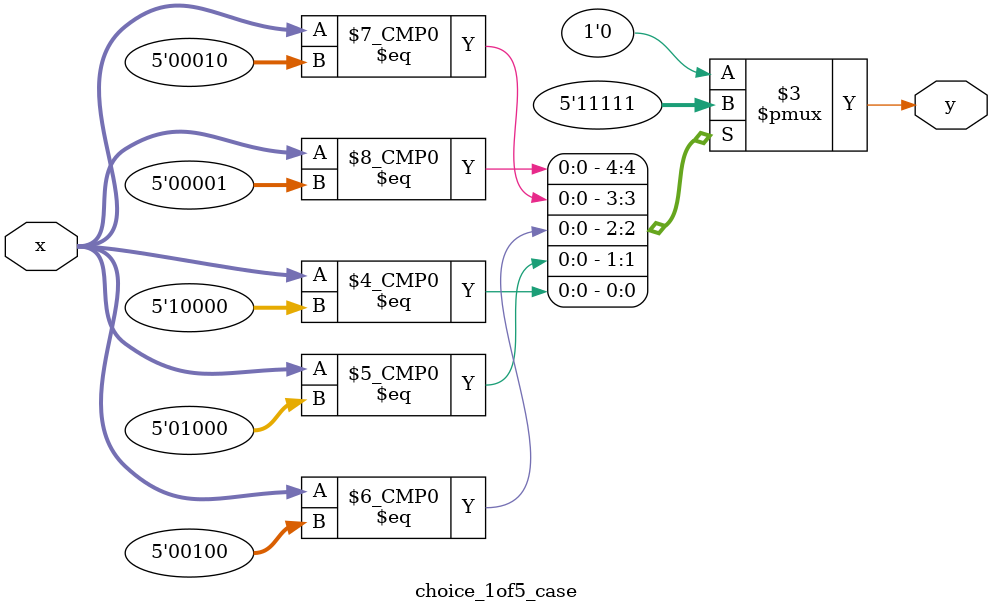
<source format=v>
module choice_1of5_case (x,y);
input [4:0] x;
output reg y;

 always @(x)
  begin 
  case (x) 1 : y = 1;
           2 : y = 1;
           4 : y = 1;
           8 : y = 1;
          16 : y = 1;
  default      y = 0;
  endcase
  end
endmodule

</source>
